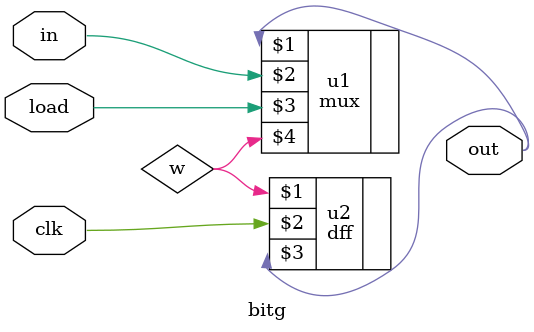
<source format=v>
`ifndef dff
  `include "src/dff.v"
`endif

`ifndef mux
  `include "src/mux.v"
`endif

`define bitg 1

module bitg (input in, input load, input clk, output out);
  wire w;

  mux u1 (out, in, load, w);
  dff u2 (w, clk, out);
endmodule

</source>
